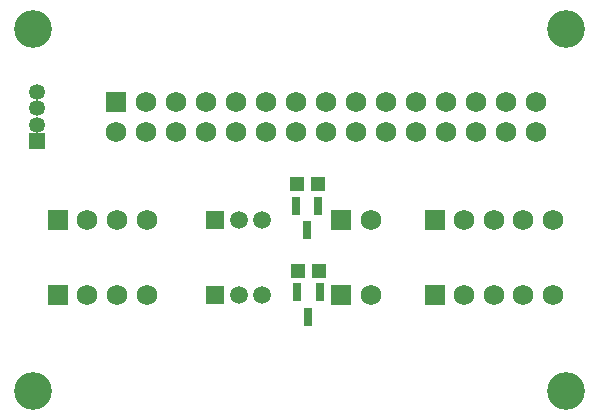
<source format=gbs>
%FSLAX25Y25*%
%MOIN*%
G70*
G01*
G75*
G04 Layer_Color=16711935*
%ADD10C,0.01181*%
%ADD11C,0.02362*%
%ADD12C,0.01575*%
%ADD13C,0.03150*%
%ADD14R,0.05512X0.02362*%
%ADD15R,0.05906X0.07087*%
%ADD16R,0.03937X0.03937*%
%ADD17C,0.03937*%
%ADD18C,0.06102*%
%ADD19R,0.06102X0.06102*%
%ADD20C,0.11811*%
%ADD21C,0.04528*%
%ADD22R,0.04528X0.04528*%
%ADD23C,0.05118*%
%ADD24R,0.05118X0.05118*%
%ADD25C,0.02756*%
%ADD26R,0.02362X0.05512*%
%ADD27R,0.03937X0.03937*%
%ADD28C,0.00984*%
%ADD29C,0.00787*%
%ADD30C,0.00591*%
%ADD31R,0.06299X0.03150*%
%ADD32R,0.06693X0.07874*%
%ADD33R,0.04724X0.04724*%
%ADD34C,0.06890*%
%ADD35R,0.06890X0.06890*%
%ADD36C,0.12598*%
%ADD37C,0.05315*%
%ADD38R,0.05315X0.05315*%
%ADD39C,0.05906*%
%ADD40R,0.05906X0.05906*%
%ADD41R,0.03150X0.06299*%
%ADD42R,0.04724X0.04724*%
D34*
X179370Y108268D02*
D03*
Y98268D02*
D03*
X169370Y108268D02*
D03*
Y98268D02*
D03*
X159370Y108268D02*
D03*
Y98268D02*
D03*
X149370Y108268D02*
D03*
Y98268D02*
D03*
X139370D02*
D03*
Y108268D02*
D03*
X99370D02*
D03*
Y98268D02*
D03*
X89370D02*
D03*
Y108268D02*
D03*
X49370D02*
D03*
X59370D02*
D03*
X79370D02*
D03*
X69370D02*
D03*
Y98268D02*
D03*
X79370D02*
D03*
X59370D02*
D03*
X49370D02*
D03*
X39370D02*
D03*
X109370D02*
D03*
Y108268D02*
D03*
X119370Y98268D02*
D03*
Y108268D02*
D03*
X129370Y98268D02*
D03*
Y108268D02*
D03*
X124409Y43701D02*
D03*
X29921D02*
D03*
X39764D02*
D03*
X49606D02*
D03*
X185039D02*
D03*
X175197D02*
D03*
X165354D02*
D03*
X155512D02*
D03*
X185039Y68898D02*
D03*
X175197D02*
D03*
X165354D02*
D03*
X155512D02*
D03*
X124409D02*
D03*
X29921D02*
D03*
X39764D02*
D03*
X49606D02*
D03*
D35*
X39370Y108268D02*
D03*
X114567Y43701D02*
D03*
X20079D02*
D03*
X145669D02*
D03*
Y68898D02*
D03*
X114567D02*
D03*
X20079D02*
D03*
D36*
X189409Y132520D02*
D03*
X11811Y132520D02*
D03*
Y11811D02*
D03*
X189409D02*
D03*
D37*
X13189Y111653D02*
D03*
Y106142D02*
D03*
Y100630D02*
D03*
D38*
Y95118D02*
D03*
D39*
X88189Y68898D02*
D03*
X80315D02*
D03*
X88189Y43701D02*
D03*
X80315D02*
D03*
D40*
X72441Y68898D02*
D03*
Y43701D02*
D03*
D41*
X99803Y44882D02*
D03*
X107283D02*
D03*
X103543Y36614D02*
D03*
X99410Y73622D02*
D03*
X106890D02*
D03*
X103150Y65354D02*
D03*
D42*
X106693Y80709D02*
D03*
X99606D02*
D03*
X107087Y51968D02*
D03*
X100000D02*
D03*
M02*

</source>
